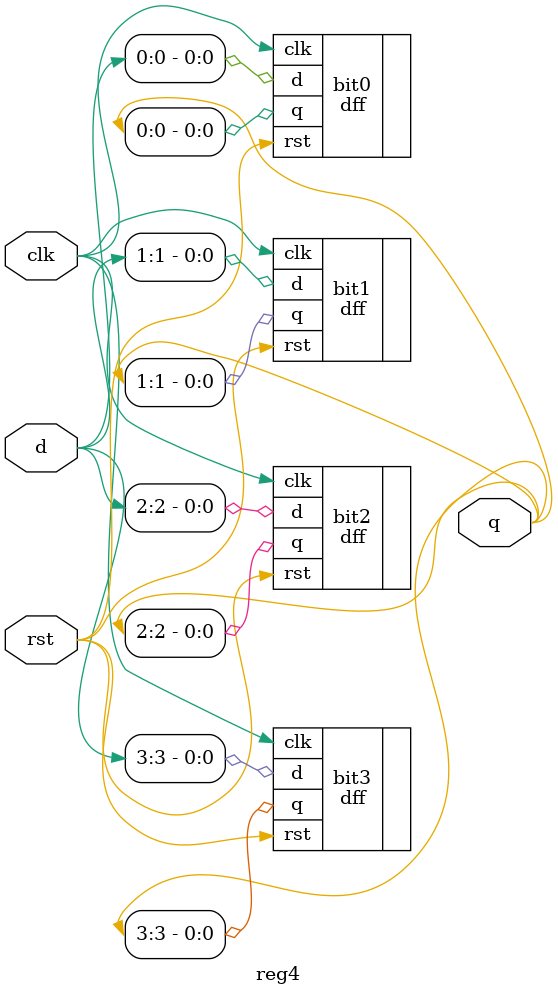
<source format=v>
module reg4(q,d,clk,rst);
	
   input[3:0] d;
   input clk,rst;
   output[3:0] q;
   
   dff bit0(.q(q[0]), .d(d[0]), .clk(clk), .rst(rst));
   dff bit1(.q(q[1]), .d(d[1]), .clk(clk), .rst(rst));
   dff bit2(.q(q[2]), .d(d[2]), .clk(clk), .rst(rst));
   dff bit3(.q(q[3]), .d(d[3]), .clk(clk), .rst(rst));
  
endmodule
</source>
